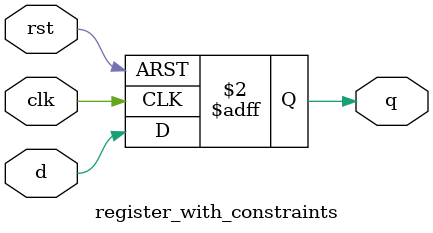
<source format=v>
`timescale 1ns / 1ps


module register_with_constraints (
    input wire clk,         // Clock input
    input wire rst,         // Reset input
    input wire d,           // Data input
    output reg q            // Data output
);
    always @(posedge clk or posedge rst) begin
        if (rst)
            q <= 1'b0;      // Reset output to 0
        else
            q <= d;         // Latch input data on clock edge
    end
    
endmodule

</source>
